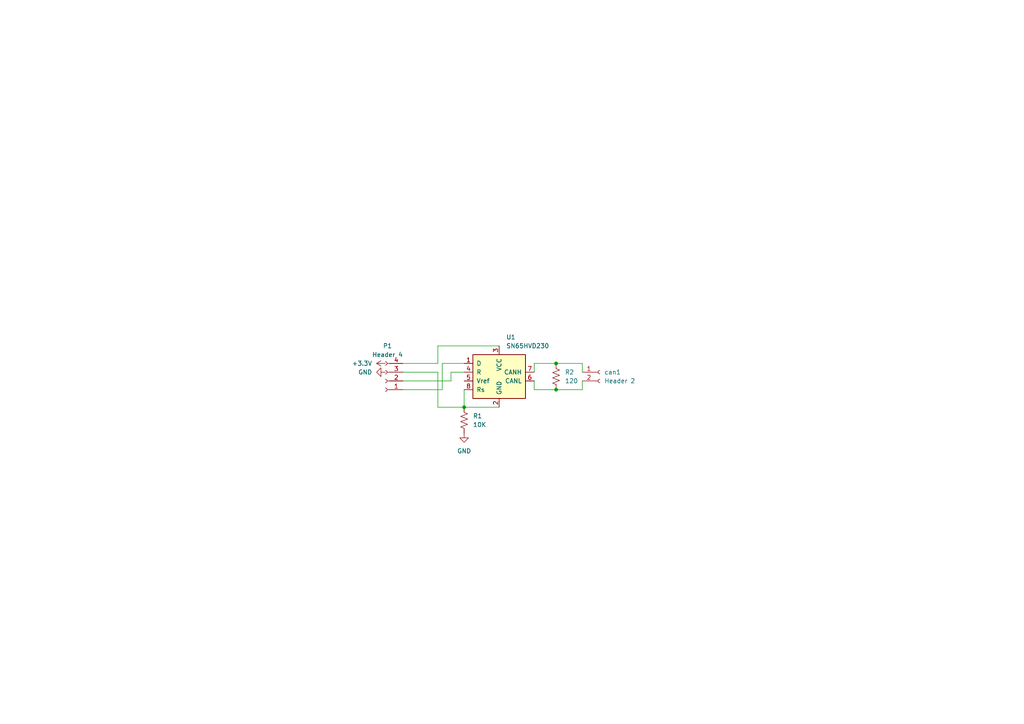
<source format=kicad_sch>
(kicad_sch (version 20211123) (generator eeschema)

  (uuid 3d91ed96-f77f-4333-a217-9c9acc5f7ac9)

  (paper "A4")

  (lib_symbols
    (symbol "Connector:Conn_01x02_Female" (pin_names (offset 1.016) hide) (in_bom yes) (on_board yes)
      (property "Reference" "J" (id 0) (at 0 2.54 0)
        (effects (font (size 1.27 1.27)))
      )
      (property "Value" "Conn_01x02_Female" (id 1) (at 0 -5.08 0)
        (effects (font (size 1.27 1.27)))
      )
      (property "Footprint" "" (id 2) (at 0 0 0)
        (effects (font (size 1.27 1.27)) hide)
      )
      (property "Datasheet" "~" (id 3) (at 0 0 0)
        (effects (font (size 1.27 1.27)) hide)
      )
      (property "ki_keywords" "connector" (id 4) (at 0 0 0)
        (effects (font (size 1.27 1.27)) hide)
      )
      (property "ki_description" "Generic connector, single row, 01x02, script generated (kicad-library-utils/schlib/autogen/connector/)" (id 5) (at 0 0 0)
        (effects (font (size 1.27 1.27)) hide)
      )
      (property "ki_fp_filters" "Connector*:*_1x??_*" (id 6) (at 0 0 0)
        (effects (font (size 1.27 1.27)) hide)
      )
      (symbol "Conn_01x02_Female_1_1"
        (arc (start 0 -2.032) (mid -0.508 -2.54) (end 0 -3.048)
          (stroke (width 0.1524) (type default) (color 0 0 0 0))
          (fill (type none))
        )
        (polyline
          (pts
            (xy -1.27 -2.54)
            (xy -0.508 -2.54)
          )
          (stroke (width 0.1524) (type default) (color 0 0 0 0))
          (fill (type none))
        )
        (polyline
          (pts
            (xy -1.27 0)
            (xy -0.508 0)
          )
          (stroke (width 0.1524) (type default) (color 0 0 0 0))
          (fill (type none))
        )
        (arc (start 0 0.508) (mid -0.508 0) (end 0 -0.508)
          (stroke (width 0.1524) (type default) (color 0 0 0 0))
          (fill (type none))
        )
        (pin passive line (at -5.08 0 0) (length 3.81)
          (name "Pin_1" (effects (font (size 1.27 1.27))))
          (number "1" (effects (font (size 1.27 1.27))))
        )
        (pin passive line (at -5.08 -2.54 0) (length 3.81)
          (name "Pin_2" (effects (font (size 1.27 1.27))))
          (number "2" (effects (font (size 1.27 1.27))))
        )
      )
    )
    (symbol "Connector:Conn_01x04_Female" (pin_names (offset 1.016) hide) (in_bom yes) (on_board yes)
      (property "Reference" "J" (id 0) (at 0 5.08 0)
        (effects (font (size 1.27 1.27)))
      )
      (property "Value" "Conn_01x04_Female" (id 1) (at 0 -7.62 0)
        (effects (font (size 1.27 1.27)))
      )
      (property "Footprint" "" (id 2) (at 0 0 0)
        (effects (font (size 1.27 1.27)) hide)
      )
      (property "Datasheet" "~" (id 3) (at 0 0 0)
        (effects (font (size 1.27 1.27)) hide)
      )
      (property "ki_keywords" "connector" (id 4) (at 0 0 0)
        (effects (font (size 1.27 1.27)) hide)
      )
      (property "ki_description" "Generic connector, single row, 01x04, script generated (kicad-library-utils/schlib/autogen/connector/)" (id 5) (at 0 0 0)
        (effects (font (size 1.27 1.27)) hide)
      )
      (property "ki_fp_filters" "Connector*:*_1x??_*" (id 6) (at 0 0 0)
        (effects (font (size 1.27 1.27)) hide)
      )
      (symbol "Conn_01x04_Female_1_1"
        (arc (start 0 -4.572) (mid -0.508 -5.08) (end 0 -5.588)
          (stroke (width 0.1524) (type default) (color 0 0 0 0))
          (fill (type none))
        )
        (arc (start 0 -2.032) (mid -0.508 -2.54) (end 0 -3.048)
          (stroke (width 0.1524) (type default) (color 0 0 0 0))
          (fill (type none))
        )
        (polyline
          (pts
            (xy -1.27 -5.08)
            (xy -0.508 -5.08)
          )
          (stroke (width 0.1524) (type default) (color 0 0 0 0))
          (fill (type none))
        )
        (polyline
          (pts
            (xy -1.27 -2.54)
            (xy -0.508 -2.54)
          )
          (stroke (width 0.1524) (type default) (color 0 0 0 0))
          (fill (type none))
        )
        (polyline
          (pts
            (xy -1.27 0)
            (xy -0.508 0)
          )
          (stroke (width 0.1524) (type default) (color 0 0 0 0))
          (fill (type none))
        )
        (polyline
          (pts
            (xy -1.27 2.54)
            (xy -0.508 2.54)
          )
          (stroke (width 0.1524) (type default) (color 0 0 0 0))
          (fill (type none))
        )
        (arc (start 0 0.508) (mid -0.508 0) (end 0 -0.508)
          (stroke (width 0.1524) (type default) (color 0 0 0 0))
          (fill (type none))
        )
        (arc (start 0 3.048) (mid -0.508 2.54) (end 0 2.032)
          (stroke (width 0.1524) (type default) (color 0 0 0 0))
          (fill (type none))
        )
        (pin passive line (at -5.08 2.54 0) (length 3.81)
          (name "Pin_1" (effects (font (size 1.27 1.27))))
          (number "1" (effects (font (size 1.27 1.27))))
        )
        (pin passive line (at -5.08 0 0) (length 3.81)
          (name "Pin_2" (effects (font (size 1.27 1.27))))
          (number "2" (effects (font (size 1.27 1.27))))
        )
        (pin passive line (at -5.08 -2.54 0) (length 3.81)
          (name "Pin_3" (effects (font (size 1.27 1.27))))
          (number "3" (effects (font (size 1.27 1.27))))
        )
        (pin passive line (at -5.08 -5.08 0) (length 3.81)
          (name "Pin_4" (effects (font (size 1.27 1.27))))
          (number "4" (effects (font (size 1.27 1.27))))
        )
      )
    )
    (symbol "Device:R_US" (pin_numbers hide) (pin_names (offset 0)) (in_bom yes) (on_board yes)
      (property "Reference" "R" (id 0) (at 2.54 0 90)
        (effects (font (size 1.27 1.27)))
      )
      (property "Value" "R_US" (id 1) (at -2.54 0 90)
        (effects (font (size 1.27 1.27)))
      )
      (property "Footprint" "" (id 2) (at 1.016 -0.254 90)
        (effects (font (size 1.27 1.27)) hide)
      )
      (property "Datasheet" "~" (id 3) (at 0 0 0)
        (effects (font (size 1.27 1.27)) hide)
      )
      (property "ki_keywords" "R res resistor" (id 4) (at 0 0 0)
        (effects (font (size 1.27 1.27)) hide)
      )
      (property "ki_description" "Resistor, US symbol" (id 5) (at 0 0 0)
        (effects (font (size 1.27 1.27)) hide)
      )
      (property "ki_fp_filters" "R_*" (id 6) (at 0 0 0)
        (effects (font (size 1.27 1.27)) hide)
      )
      (symbol "R_US_0_1"
        (polyline
          (pts
            (xy 0 -2.286)
            (xy 0 -2.54)
          )
          (stroke (width 0) (type default) (color 0 0 0 0))
          (fill (type none))
        )
        (polyline
          (pts
            (xy 0 2.286)
            (xy 0 2.54)
          )
          (stroke (width 0) (type default) (color 0 0 0 0))
          (fill (type none))
        )
        (polyline
          (pts
            (xy 0 -0.762)
            (xy 1.016 -1.143)
            (xy 0 -1.524)
            (xy -1.016 -1.905)
            (xy 0 -2.286)
          )
          (stroke (width 0) (type default) (color 0 0 0 0))
          (fill (type none))
        )
        (polyline
          (pts
            (xy 0 0.762)
            (xy 1.016 0.381)
            (xy 0 0)
            (xy -1.016 -0.381)
            (xy 0 -0.762)
          )
          (stroke (width 0) (type default) (color 0 0 0 0))
          (fill (type none))
        )
        (polyline
          (pts
            (xy 0 2.286)
            (xy 1.016 1.905)
            (xy 0 1.524)
            (xy -1.016 1.143)
            (xy 0 0.762)
          )
          (stroke (width 0) (type default) (color 0 0 0 0))
          (fill (type none))
        )
      )
      (symbol "R_US_1_1"
        (pin passive line (at 0 3.81 270) (length 1.27)
          (name "~" (effects (font (size 1.27 1.27))))
          (number "1" (effects (font (size 1.27 1.27))))
        )
        (pin passive line (at 0 -3.81 90) (length 1.27)
          (name "~" (effects (font (size 1.27 1.27))))
          (number "2" (effects (font (size 1.27 1.27))))
        )
      )
    )
    (symbol "Interface_CAN_LIN:SN65HVD230" (pin_names (offset 1.016)) (in_bom yes) (on_board yes)
      (property "Reference" "U" (id 0) (at -2.54 10.16 0)
        (effects (font (size 1.27 1.27)) (justify right))
      )
      (property "Value" "SN65HVD230" (id 1) (at -2.54 7.62 0)
        (effects (font (size 1.27 1.27)) (justify right))
      )
      (property "Footprint" "Package_SO:SOIC-8_3.9x4.9mm_P1.27mm" (id 2) (at 0 -12.7 0)
        (effects (font (size 1.27 1.27)) hide)
      )
      (property "Datasheet" "http://www.ti.com/lit/ds/symlink/sn65hvd230.pdf" (id 3) (at -2.54 10.16 0)
        (effects (font (size 1.27 1.27)) hide)
      )
      (property "ki_keywords" "can transeiver ti low-power" (id 4) (at 0 0 0)
        (effects (font (size 1.27 1.27)) hide)
      )
      (property "ki_description" "CAN Bus Transceivers, 3.3V, 1Mbps, Low-Power capabilities, SOIC-8" (id 5) (at 0 0 0)
        (effects (font (size 1.27 1.27)) hide)
      )
      (property "ki_fp_filters" "SOIC*3.9x4.9mm*P1.27mm*" (id 6) (at 0 0 0)
        (effects (font (size 1.27 1.27)) hide)
      )
      (symbol "SN65HVD230_0_1"
        (rectangle (start -7.62 5.08) (end 7.62 -7.62)
          (stroke (width 0.254) (type default) (color 0 0 0 0))
          (fill (type background))
        )
      )
      (symbol "SN65HVD230_1_1"
        (pin input line (at -10.16 2.54 0) (length 2.54)
          (name "D" (effects (font (size 1.27 1.27))))
          (number "1" (effects (font (size 1.27 1.27))))
        )
        (pin power_in line (at 0 -10.16 90) (length 2.54)
          (name "GND" (effects (font (size 1.27 1.27))))
          (number "2" (effects (font (size 1.27 1.27))))
        )
        (pin power_in line (at 0 7.62 270) (length 2.54)
          (name "VCC" (effects (font (size 1.27 1.27))))
          (number "3" (effects (font (size 1.27 1.27))))
        )
        (pin output line (at -10.16 0 0) (length 2.54)
          (name "R" (effects (font (size 1.27 1.27))))
          (number "4" (effects (font (size 1.27 1.27))))
        )
        (pin output line (at -10.16 -2.54 0) (length 2.54)
          (name "Vref" (effects (font (size 1.27 1.27))))
          (number "5" (effects (font (size 1.27 1.27))))
        )
        (pin bidirectional line (at 10.16 -2.54 180) (length 2.54)
          (name "CANL" (effects (font (size 1.27 1.27))))
          (number "6" (effects (font (size 1.27 1.27))))
        )
        (pin bidirectional line (at 10.16 0 180) (length 2.54)
          (name "CANH" (effects (font (size 1.27 1.27))))
          (number "7" (effects (font (size 1.27 1.27))))
        )
        (pin input line (at -10.16 -5.08 0) (length 2.54)
          (name "Rs" (effects (font (size 1.27 1.27))))
          (number "8" (effects (font (size 1.27 1.27))))
        )
      )
    )
    (symbol "power:+3.3V" (power) (pin_names (offset 0)) (in_bom yes) (on_board yes)
      (property "Reference" "#PWR" (id 0) (at 0 -3.81 0)
        (effects (font (size 1.27 1.27)) hide)
      )
      (property "Value" "+3.3V" (id 1) (at 0 3.556 0)
        (effects (font (size 1.27 1.27)))
      )
      (property "Footprint" "" (id 2) (at 0 0 0)
        (effects (font (size 1.27 1.27)) hide)
      )
      (property "Datasheet" "" (id 3) (at 0 0 0)
        (effects (font (size 1.27 1.27)) hide)
      )
      (property "ki_keywords" "power-flag" (id 4) (at 0 0 0)
        (effects (font (size 1.27 1.27)) hide)
      )
      (property "ki_description" "Power symbol creates a global label with name \"+3.3V\"" (id 5) (at 0 0 0)
        (effects (font (size 1.27 1.27)) hide)
      )
      (symbol "+3.3V_0_1"
        (polyline
          (pts
            (xy -0.762 1.27)
            (xy 0 2.54)
          )
          (stroke (width 0) (type default) (color 0 0 0 0))
          (fill (type none))
        )
        (polyline
          (pts
            (xy 0 0)
            (xy 0 2.54)
          )
          (stroke (width 0) (type default) (color 0 0 0 0))
          (fill (type none))
        )
        (polyline
          (pts
            (xy 0 2.54)
            (xy 0.762 1.27)
          )
          (stroke (width 0) (type default) (color 0 0 0 0))
          (fill (type none))
        )
      )
      (symbol "+3.3V_1_1"
        (pin power_in line (at 0 0 90) (length 0) hide
          (name "+3.3V" (effects (font (size 1.27 1.27))))
          (number "1" (effects (font (size 1.27 1.27))))
        )
      )
    )
    (symbol "power:GND" (power) (pin_names (offset 0)) (in_bom yes) (on_board yes)
      (property "Reference" "#PWR" (id 0) (at 0 -6.35 0)
        (effects (font (size 1.27 1.27)) hide)
      )
      (property "Value" "GND" (id 1) (at 0 -3.81 0)
        (effects (font (size 1.27 1.27)))
      )
      (property "Footprint" "" (id 2) (at 0 0 0)
        (effects (font (size 1.27 1.27)) hide)
      )
      (property "Datasheet" "" (id 3) (at 0 0 0)
        (effects (font (size 1.27 1.27)) hide)
      )
      (property "ki_keywords" "power-flag" (id 4) (at 0 0 0)
        (effects (font (size 1.27 1.27)) hide)
      )
      (property "ki_description" "Power symbol creates a global label with name \"GND\" , ground" (id 5) (at 0 0 0)
        (effects (font (size 1.27 1.27)) hide)
      )
      (symbol "GND_0_1"
        (polyline
          (pts
            (xy 0 0)
            (xy 0 -1.27)
            (xy 1.27 -1.27)
            (xy 0 -2.54)
            (xy -1.27 -1.27)
            (xy 0 -1.27)
          )
          (stroke (width 0) (type default) (color 0 0 0 0))
          (fill (type none))
        )
      )
      (symbol "GND_1_1"
        (pin power_in line (at 0 0 270) (length 0) hide
          (name "GND" (effects (font (size 1.27 1.27))))
          (number "1" (effects (font (size 1.27 1.27))))
        )
      )
    )
  )

  (junction (at 134.62 118.11) (diameter 0) (color 0 0 0 0)
    (uuid 423923fd-fcd6-4368-b5e0-97c8279a8547)
  )
  (junction (at 161.29 113.03) (diameter 0) (color 0 0 0 0)
    (uuid 464129e5-4e7e-4673-9aa2-9b4c6cbd6afe)
  )
  (junction (at 161.29 105.41) (diameter 0) (color 0 0 0 0)
    (uuid be2fc69c-9034-4483-8a23-101e453bfa5b)
  )

  (wire (pts (xy 134.62 113.03) (xy 134.62 118.11))
    (stroke (width 0) (type default) (color 0 0 0 0))
    (uuid 0a1488a0-1a88-42f6-9602-0ced8303158b)
  )
  (wire (pts (xy 134.62 118.11) (xy 144.78 118.11))
    (stroke (width 0) (type default) (color 0 0 0 0))
    (uuid 17658a0e-8d81-4beb-9f8e-48903be08fe6)
  )
  (wire (pts (xy 128.27 113.03) (xy 116.84 113.03))
    (stroke (width 0) (type default) (color 0 0 0 0))
    (uuid 19442af7-5c30-4a08-8e7a-1408cd7ced4e)
  )
  (wire (pts (xy 154.94 113.03) (xy 161.29 113.03))
    (stroke (width 0) (type default) (color 0 0 0 0))
    (uuid 2549c296-1230-4ce7-a020-aa5f365fc80e)
  )
  (wire (pts (xy 127 118.11) (xy 134.62 118.11))
    (stroke (width 0) (type default) (color 0 0 0 0))
    (uuid 2f68225f-3044-4ba2-a8b1-eb1c284be8b2)
  )
  (wire (pts (xy 128.27 105.41) (xy 128.27 113.03))
    (stroke (width 0) (type default) (color 0 0 0 0))
    (uuid 35668875-363b-4b24-838e-060ffc5f5676)
  )
  (wire (pts (xy 134.62 107.95) (xy 130.81 107.95))
    (stroke (width 0) (type default) (color 0 0 0 0))
    (uuid 587a3b50-80ca-442b-abeb-bbbd991dee26)
  )
  (wire (pts (xy 127 105.41) (xy 116.84 105.41))
    (stroke (width 0) (type default) (color 0 0 0 0))
    (uuid 603bd36c-dcd6-42cb-a961-7c809000f0a3)
  )
  (wire (pts (xy 134.62 105.41) (xy 128.27 105.41))
    (stroke (width 0) (type default) (color 0 0 0 0))
    (uuid 72c39930-80cb-42df-85f3-cc0c78109d8c)
  )
  (wire (pts (xy 130.81 107.95) (xy 130.81 110.49))
    (stroke (width 0) (type default) (color 0 0 0 0))
    (uuid 7d7f3954-1893-4a91-958f-339a32a4731d)
  )
  (wire (pts (xy 168.91 105.41) (xy 168.91 107.95))
    (stroke (width 0) (type default) (color 0 0 0 0))
    (uuid 85020036-b63c-45b4-bd47-2982d07d2fc5)
  )
  (wire (pts (xy 161.29 105.41) (xy 168.91 105.41))
    (stroke (width 0) (type default) (color 0 0 0 0))
    (uuid 895b4bd9-46d8-437a-be8a-965daaf6c5d4)
  )
  (wire (pts (xy 127 100.33) (xy 127 105.41))
    (stroke (width 0) (type default) (color 0 0 0 0))
    (uuid 8a9ef9a5-6355-4cb5-99ad-c0c6b72644df)
  )
  (wire (pts (xy 130.81 110.49) (xy 116.84 110.49))
    (stroke (width 0) (type default) (color 0 0 0 0))
    (uuid 9e09befd-9a06-4e10-918c-8ff7d8bb363c)
  )
  (wire (pts (xy 168.91 113.03) (xy 168.91 110.49))
    (stroke (width 0) (type default) (color 0 0 0 0))
    (uuid a2000530-8160-40c1-a293-d79e2d69a66d)
  )
  (wire (pts (xy 144.78 100.33) (xy 127 100.33))
    (stroke (width 0) (type default) (color 0 0 0 0))
    (uuid a581162e-1e70-4e22-94de-e0b591dfea4a)
  )
  (wire (pts (xy 154.94 110.49) (xy 154.94 113.03))
    (stroke (width 0) (type default) (color 0 0 0 0))
    (uuid a7fd6776-b455-46e9-b002-d0061c64e6b7)
  )
  (wire (pts (xy 154.94 107.95) (xy 154.94 105.41))
    (stroke (width 0) (type default) (color 0 0 0 0))
    (uuid b319cb9e-8720-4d98-9ff2-e87fc12862b0)
  )
  (wire (pts (xy 127 107.95) (xy 127 118.11))
    (stroke (width 0) (type default) (color 0 0 0 0))
    (uuid b9594506-526e-4097-89a9-b80d4c1cdede)
  )
  (wire (pts (xy 116.84 107.95) (xy 127 107.95))
    (stroke (width 0) (type default) (color 0 0 0 0))
    (uuid f25a515d-ee26-488e-bfa4-b72acf77f90b)
  )
  (wire (pts (xy 154.94 105.41) (xy 161.29 105.41))
    (stroke (width 0) (type default) (color 0 0 0 0))
    (uuid f48a38fd-dc96-4ae6-9abc-b77f1818c5fd)
  )
  (wire (pts (xy 161.29 113.03) (xy 168.91 113.03))
    (stroke (width 0) (type default) (color 0 0 0 0))
    (uuid f7a5388e-b762-4166-a8ba-c7dd22451458)
  )

  (symbol (lib_id "Device:R_US") (at 161.29 109.22 0) (unit 1)
    (in_bom yes) (on_board yes) (fields_autoplaced)
    (uuid 0997df90-fcc0-4523-bb1f-fbd995e8b82a)
    (property "Reference" "R2" (id 0) (at 163.83 107.9499 0)
      (effects (font (size 1.27 1.27)) (justify left))
    )
    (property "Value" "120" (id 1) (at 163.83 110.4899 0)
      (effects (font (size 1.27 1.27)) (justify left))
    )
    (property "Footprint" "" (id 2) (at 162.306 109.474 90)
      (effects (font (size 1.27 1.27)) hide)
    )
    (property "Datasheet" "~" (id 3) (at 161.29 109.22 0)
      (effects (font (size 1.27 1.27)) hide)
    )
    (pin "1" (uuid df93338c-9b1b-4042-bbb4-32a1db04c56c))
    (pin "2" (uuid 0d426e64-f416-4d1d-98ed-15b3bcb636bb))
  )

  (symbol (lib_id "Device:R_US") (at 134.62 121.92 0) (unit 1)
    (in_bom yes) (on_board yes) (fields_autoplaced)
    (uuid 0bf647e4-1a46-4a28-895e-3487d5a5f16a)
    (property "Reference" "R1" (id 0) (at 137.16 120.6499 0)
      (effects (font (size 1.27 1.27)) (justify left))
    )
    (property "Value" "10K" (id 1) (at 137.16 123.1899 0)
      (effects (font (size 1.27 1.27)) (justify left))
    )
    (property "Footprint" "" (id 2) (at 135.636 122.174 90)
      (effects (font (size 1.27 1.27)) hide)
    )
    (property "Datasheet" "~" (id 3) (at 134.62 121.92 0)
      (effects (font (size 1.27 1.27)) hide)
    )
    (pin "1" (uuid a9cb1f0e-7609-45d7-9a4c-09ded87227f7))
    (pin "2" (uuid dc37a18e-7cad-4bde-a449-dd4826bdf825))
  )

  (symbol (lib_id "power:GND") (at 134.62 125.73 0) (unit 1)
    (in_bom yes) (on_board yes) (fields_autoplaced)
    (uuid 1e41e5b6-3653-41d5-9463-7dcaa3cd1994)
    (property "Reference" "#PWR?" (id 0) (at 134.62 132.08 0)
      (effects (font (size 1.27 1.27)) hide)
    )
    (property "Value" "GND" (id 1) (at 134.62 130.81 0))
    (property "Footprint" "" (id 2) (at 134.62 125.73 0)
      (effects (font (size 1.27 1.27)) hide)
    )
    (property "Datasheet" "" (id 3) (at 134.62 125.73 0)
      (effects (font (size 1.27 1.27)) hide)
    )
    (pin "1" (uuid c09a55e1-6b07-4900-a71b-485a5866ba1a))
  )

  (symbol (lib_id "power:GND") (at 111.76 107.95 270) (unit 1)
    (in_bom yes) (on_board yes) (fields_autoplaced)
    (uuid 2fb0e84c-cb94-4b28-abea-637a959eb63d)
    (property "Reference" "#PWR?" (id 0) (at 105.41 107.95 0)
      (effects (font (size 1.27 1.27)) hide)
    )
    (property "Value" "GND" (id 1) (at 107.95 107.9499 90)
      (effects (font (size 1.27 1.27)) (justify right))
    )
    (property "Footprint" "" (id 2) (at 111.76 107.95 0)
      (effects (font (size 1.27 1.27)) hide)
    )
    (property "Datasheet" "" (id 3) (at 111.76 107.95 0)
      (effects (font (size 1.27 1.27)) hide)
    )
    (pin "1" (uuid b2a8a3e6-59dd-480e-9031-1aabeb32afdf))
  )

  (symbol (lib_id "Interface_CAN_LIN:SN65HVD230") (at 144.78 107.95 0) (unit 1)
    (in_bom yes) (on_board yes) (fields_autoplaced)
    (uuid 5d5f26ec-87ac-4f5b-b969-83d91460856a)
    (property "Reference" "U1" (id 0) (at 146.7994 97.79 0)
      (effects (font (size 1.27 1.27)) (justify left))
    )
    (property "Value" "SN65HVD230" (id 1) (at 146.7994 100.33 0)
      (effects (font (size 1.27 1.27)) (justify left))
    )
    (property "Footprint" "Package_SO:SOIC-8_3.9x4.9mm_P1.27mm" (id 2) (at 144.78 120.65 0)
      (effects (font (size 1.27 1.27)) hide)
    )
    (property "Datasheet" "http://www.ti.com/lit/ds/symlink/sn65hvd230.pdf" (id 3) (at 142.24 97.79 0)
      (effects (font (size 1.27 1.27)) hide)
    )
    (pin "1" (uuid 6af6969d-679f-47ab-9248-2d96495fa355))
    (pin "2" (uuid cc9b5a85-3f88-407e-9f48-b76fc2f86c1a))
    (pin "3" (uuid 95d4209b-b57f-4df0-882a-f97f429349cf))
    (pin "4" (uuid 432f33f1-13bd-48cf-8aaa-439f0f1683d0))
    (pin "5" (uuid 3b2fb363-88fd-4519-b590-b2e1732a0131))
    (pin "6" (uuid 6663a26a-815c-4493-88c4-1c5d271f1998))
    (pin "7" (uuid ba76c1d7-b7ed-44db-86bb-75392e88acbd))
    (pin "8" (uuid 660853b6-8fa5-42a0-9fcb-325c2cc21a7b))
  )

  (symbol (lib_id "power:+3.3V") (at 111.76 105.41 90) (unit 1)
    (in_bom yes) (on_board yes) (fields_autoplaced)
    (uuid 7635344f-2aab-43cc-bdf5-3219d4b6e273)
    (property "Reference" "#PWR?" (id 0) (at 115.57 105.41 0)
      (effects (font (size 1.27 1.27)) hide)
    )
    (property "Value" "+3.3V" (id 1) (at 107.95 105.4099 90)
      (effects (font (size 1.27 1.27)) (justify left))
    )
    (property "Footprint" "" (id 2) (at 111.76 105.41 0)
      (effects (font (size 1.27 1.27)) hide)
    )
    (property "Datasheet" "" (id 3) (at 111.76 105.41 0)
      (effects (font (size 1.27 1.27)) hide)
    )
    (pin "1" (uuid cd3c2302-e4cb-4135-9fdf-6c88e8f22949))
  )

  (symbol (lib_id "Connector:Conn_01x02_Female") (at 173.99 107.95 0) (unit 1)
    (in_bom yes) (on_board yes) (fields_autoplaced)
    (uuid e6d68e3c-c403-4a71-8329-e78dbae60ba3)
    (property "Reference" "can1" (id 0) (at 175.26 107.9499 0)
      (effects (font (size 1.27 1.27)) (justify left))
    )
    (property "Value" "Header 2" (id 1) (at 175.26 110.4899 0)
      (effects (font (size 1.27 1.27)) (justify left))
    )
    (property "Footprint" "" (id 2) (at 173.99 107.95 0)
      (effects (font (size 1.27 1.27)) hide)
    )
    (property "Datasheet" "~" (id 3) (at 173.99 107.95 0)
      (effects (font (size 1.27 1.27)) hide)
    )
    (pin "1" (uuid a7f51a78-8b53-4778-9b72-a235778435ac))
    (pin "2" (uuid 377e6a7d-a50d-42f1-82a3-f97ee7c42585))
  )

  (symbol (lib_id "Connector:Conn_01x04_Female") (at 111.76 110.49 180) (unit 1)
    (in_bom yes) (on_board yes) (fields_autoplaced)
    (uuid fa482c2e-1ff9-49c6-8442-3e515b994e20)
    (property "Reference" "P1" (id 0) (at 112.395 100.33 0))
    (property "Value" "Header 4" (id 1) (at 112.395 102.87 0))
    (property "Footprint" "" (id 2) (at 111.76 110.49 0)
      (effects (font (size 1.27 1.27)) hide)
    )
    (property "Datasheet" "~" (id 3) (at 111.76 110.49 0)
      (effects (font (size 1.27 1.27)) hide)
    )
    (pin "1" (uuid 3f8c543f-ba9d-43af-ad89-fd0168f239c4))
    (pin "2" (uuid 0bf5041e-0931-4fe2-96c8-9b7f84bfd0b4))
    (pin "3" (uuid df24a848-2921-49b4-aa0b-0ba5af69d2c6))
    (pin "4" (uuid a7b1475e-d00e-4d2b-ab22-f4de7823c856))
  )

  (sheet_instances
    (path "/" (page "1"))
  )

  (symbol_instances
    (path "/1e41e5b6-3653-41d5-9463-7dcaa3cd1994"
      (reference "#PWR?") (unit 1) (value "GND") (footprint "")
    )
    (path "/2fb0e84c-cb94-4b28-abea-637a959eb63d"
      (reference "#PWR?") (unit 1) (value "GND") (footprint "")
    )
    (path "/7635344f-2aab-43cc-bdf5-3219d4b6e273"
      (reference "#PWR?") (unit 1) (value "+3.3V") (footprint "")
    )
    (path "/fa482c2e-1ff9-49c6-8442-3e515b994e20"
      (reference "P1") (unit 1) (value "Header 4") (footprint "")
    )
    (path "/0bf647e4-1a46-4a28-895e-3487d5a5f16a"
      (reference "R1") (unit 1) (value "10K") (footprint "")
    )
    (path "/0997df90-fcc0-4523-bb1f-fbd995e8b82a"
      (reference "R2") (unit 1) (value "120") (footprint "")
    )
    (path "/5d5f26ec-87ac-4f5b-b969-83d91460856a"
      (reference "U1") (unit 1) (value "SN65HVD230") (footprint "Package_SO:SOIC-8_3.9x4.9mm_P1.27mm")
    )
    (path "/e6d68e3c-c403-4a71-8329-e78dbae60ba3"
      (reference "can1") (unit 1) (value "Header 2") (footprint "")
    )
  )
)

</source>
